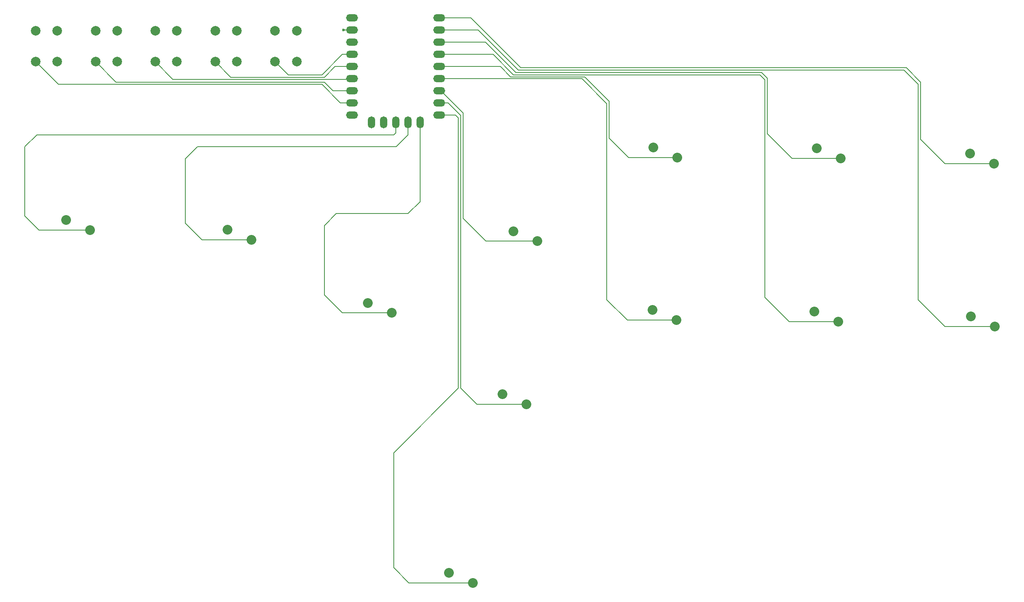
<source format=gbr>
%TF.GenerationSoftware,KiCad,Pcbnew,8.0.1*%
%TF.CreationDate,2024-03-26T13:51:38-04:00*%
%TF.ProjectId,hitbox,68697462-6f78-42e6-9b69-6361645f7063,rev?*%
%TF.SameCoordinates,Original*%
%TF.FileFunction,Copper,L1,Top*%
%TF.FilePolarity,Positive*%
%FSLAX46Y46*%
G04 Gerber Fmt 4.6, Leading zero omitted, Abs format (unit mm)*
G04 Created by KiCad (PCBNEW 8.0.1) date 2024-03-26 13:51:38*
%MOMM*%
%LPD*%
G01*
G04 APERTURE LIST*
%TA.AperFunction,ComponentPad*%
%ADD10C,2.000000*%
%TD*%
%TA.AperFunction,ComponentPad*%
%ADD11C,2.032000*%
%TD*%
%TA.AperFunction,SMDPad,CuDef*%
%ADD12O,2.500000X1.500000*%
%TD*%
%TA.AperFunction,SMDPad,CuDef*%
%ADD13O,1.500000X2.500000*%
%TD*%
%TA.AperFunction,ViaPad*%
%ADD14C,0.600000*%
%TD*%
%TA.AperFunction,Conductor*%
%ADD15C,0.200000*%
%TD*%
G04 APERTURE END LIST*
D10*
%TO.P,Home,1,1*%
%TO.N,Home*%
X127750000Y-68250000D03*
X127750000Y-61750000D03*
%TO.P,Home,2,2*%
%TO.N,GND*%
X132250000Y-68250000D03*
X132250000Y-61750000D03*
%TD*%
D11*
%TO.P,B/Circle,1,1*%
%TO.N,B{slash}Circle*%
X261500000Y-122250000D03*
%TO.P,B/Circle,2,2*%
%TO.N,GND*%
X256500000Y-120150000D03*
%TD*%
D12*
%TO.P,U1,1,0*%
%TO.N,Left Bumper*%
X212034194Y-59104962D03*
%TO.P,U1,2,1*%
%TO.N,Left Trigger*%
X212034194Y-61644962D03*
%TO.P,U1,3,2*%
%TO.N,Right Bumper*%
X212034194Y-64184962D03*
%TO.P,U1,4,3*%
%TO.N,Right Trigger*%
X212034194Y-66724962D03*
%TO.P,U1,5,4*%
%TO.N,Y{slash}Triangle*%
X212034194Y-69264962D03*
%TO.P,U1,6,5*%
%TO.N,B{slash}Circle*%
X212034194Y-71804962D03*
%TO.P,U1,7,6*%
%TO.N,X{slash}Square*%
X212034194Y-74344962D03*
%TO.P,U1,8,7*%
%TO.N,A{slash}X*%
X212034194Y-76884962D03*
%TO.P,U1,9,8*%
%TO.N,Up*%
X212034194Y-79424962D03*
D13*
%TO.P,U1,10,9*%
%TO.N,Right*%
X207994194Y-80924962D03*
%TO.P,U1,11,10*%
%TO.N,Down*%
X205454194Y-80924962D03*
%TO.P,U1,12,11*%
%TO.N,Left*%
X202914194Y-80924962D03*
%TO.P,U1,13,12*%
%TO.N,unconnected-(U1-12-Pad13)*%
X200374194Y-80924962D03*
%TO.P,U1,14,13*%
%TO.N,unconnected-(U1-13-Pad14)*%
X197834194Y-80924962D03*
D12*
%TO.P,U1,15,14*%
%TO.N,unconnected-(U1-14-Pad15)*%
X193794194Y-79424962D03*
%TO.P,U1,16,15*%
%TO.N,Home*%
X193794194Y-76884962D03*
%TO.P,U1,17,26*%
%TO.N,Select*%
X193794194Y-74344962D03*
%TO.P,U1,18,27*%
%TO.N,Start*%
X193794194Y-71804962D03*
%TO.P,U1,19,28*%
%TO.N,L3*%
X193794194Y-69264962D03*
%TO.P,U1,20,29*%
%TO.N,R3*%
X193794194Y-66724962D03*
%TO.P,U1,21,3V3*%
%TO.N,unconnected-(U1-3V3-Pad21)*%
X193794194Y-64184962D03*
%TO.P,U1,22,GND*%
%TO.N,GND*%
X193794194Y-61644962D03*
%TO.P,U1,23,5V*%
%TO.N,unconnected-(U1-5V-Pad23)*%
X193794194Y-59104962D03*
%TD*%
D11*
%TO.P,Up,1,1*%
%TO.N,Down*%
X172800000Y-105450000D03*
%TO.P,Up,2,2*%
%TO.N,GND*%
X167800000Y-103350000D03*
%TD*%
%TO.P,Left,1,1*%
%TO.N,Left*%
X139100000Y-103450000D03*
%TO.P,Left,2,2*%
%TO.N,GND*%
X134100000Y-101350000D03*
%TD*%
%TO.P,LT,1,1*%
%TO.N,Left Trigger*%
X328000000Y-123550000D03*
%TO.P,LT,2,2*%
%TO.N,GND*%
X323000000Y-121450000D03*
%TD*%
%TO.P,Up,1,1*%
%TO.N,Up*%
X219000000Y-177150000D03*
%TO.P,Up,2,2*%
%TO.N,GND*%
X214000000Y-175050000D03*
%TD*%
D10*
%TO.P,L3,1,1*%
%TO.N,L3*%
X165250000Y-68250000D03*
X165250000Y-61750000D03*
%TO.P,L3,2,2*%
%TO.N,GND*%
X169750000Y-68250000D03*
X169750000Y-61750000D03*
%TD*%
%TO.P,Select,1,1*%
%TO.N,Select*%
X140250000Y-68250000D03*
X140250000Y-61750000D03*
%TO.P,Select,2,2*%
%TO.N,GND*%
X144750000Y-68250000D03*
X144750000Y-61750000D03*
%TD*%
D11*
%TO.P,LB,1,1*%
%TO.N,Left Bumper*%
X327800000Y-89550000D03*
%TO.P,LB,2,2*%
%TO.N,GND*%
X322800000Y-87450000D03*
%TD*%
%TO.P,Y/Triangle,2,2*%
%TO.N,GND*%
X256700000Y-86150000D03*
%TO.P,Y/Triangle,1,1*%
%TO.N,Y{slash}Triangle*%
X261700000Y-88250000D03*
%TD*%
%TO.P,Right,1,1*%
%TO.N,Right*%
X202100000Y-120750000D03*
%TO.P,Right,2,2*%
%TO.N,GND*%
X197100000Y-118650000D03*
%TD*%
D10*
%TO.P,R3,1,1*%
%TO.N,R3*%
X177750000Y-68250000D03*
X177750000Y-61750000D03*
%TO.P,R3,2,2*%
%TO.N,GND*%
X182250000Y-68250000D03*
X182250000Y-61750000D03*
%TD*%
D11*
%TO.P,X/Square,1,1*%
%TO.N,X{slash}Square*%
X232500000Y-105750000D03*
%TO.P,X/Square,2,2*%
%TO.N,GND*%
X227500000Y-103650000D03*
%TD*%
%TO.P,X/A,1,1*%
%TO.N,A{slash}X*%
X230200000Y-139850000D03*
%TO.P,X/A,2,2*%
%TO.N,GND*%
X225200000Y-137750000D03*
%TD*%
D10*
%TO.P,Start,1,1*%
%TO.N,Start*%
X152750000Y-68250000D03*
X152750000Y-61750000D03*
%TO.P,Start,2,2*%
%TO.N,GND*%
X157250000Y-68250000D03*
X157250000Y-61750000D03*
%TD*%
D11*
%TO.P,RT,1,1*%
%TO.N,Right Trigger*%
X295300000Y-122550000D03*
%TO.P,RT,2,2*%
%TO.N,GND*%
X290300000Y-120450000D03*
%TD*%
%TO.P,RB,1,1*%
%TO.N,Right Bumper*%
X295800000Y-88450000D03*
%TO.P,RB,2,2*%
%TO.N,GND*%
X290800000Y-86350000D03*
%TD*%
D14*
%TO.N,GND*%
X192000000Y-61644962D03*
%TD*%
D15*
%TO.N,Up*%
X202500000Y-150000000D02*
X202500000Y-174000000D01*
X202500000Y-174000000D02*
X205650000Y-177150000D01*
X216000000Y-80000000D02*
X216000000Y-136500000D01*
X215424962Y-79424962D02*
X216000000Y-80000000D01*
X211534194Y-79424962D02*
X215424962Y-79424962D01*
X216000000Y-136500000D02*
X202500000Y-150000000D01*
X205650000Y-177150000D02*
X219000000Y-177150000D01*
%TO.N,Home*%
X127750000Y-68250000D02*
X132500000Y-73000000D01*
X187500000Y-73000000D02*
X132500000Y-73000000D01*
%TO.N,Select*%
X140250000Y-68250000D02*
X144500000Y-72500000D01*
X188000000Y-72500000D02*
X144500000Y-72500000D01*
%TO.N,Start*%
X156400000Y-71900000D02*
X156500000Y-71900000D01*
X194199156Y-71900000D02*
X156500000Y-71900000D01*
X152750000Y-68250000D02*
X156400000Y-71900000D01*
%TO.N,L3*%
X165250000Y-68250000D02*
X168500000Y-71500000D01*
X188000000Y-71500000D02*
X168500000Y-71500000D01*
%TO.N,R3*%
X187500000Y-71000000D02*
X180500000Y-71000000D01*
X177750000Y-68250000D02*
X180500000Y-71000000D01*
%TO.N,Home*%
X191384962Y-76884962D02*
X187500000Y-73000000D01*
X194294194Y-76884962D02*
X191384962Y-76884962D01*
%TO.N,Select*%
X189844962Y-74344962D02*
X188000000Y-72500000D01*
X194294194Y-74344962D02*
X189844962Y-74344962D01*
%TO.N,Start*%
X194294194Y-71804962D02*
X194199156Y-71900000D01*
%TO.N,L3*%
X190235038Y-69264962D02*
X188000000Y-71500000D01*
X194294194Y-69264962D02*
X190235038Y-69264962D01*
%TO.N,R3*%
X191775038Y-66724962D02*
X187500000Y-71000000D01*
X194294194Y-66724962D02*
X191775038Y-66724962D01*
%TO.N,Left Bumper*%
X312500000Y-84500000D02*
X317550000Y-89550000D01*
X309500000Y-69500000D02*
X312500000Y-72500000D01*
X312500000Y-72500000D02*
X312500000Y-84500000D01*
X218604962Y-59104962D02*
X229000000Y-69500000D01*
X211534194Y-59104962D02*
X218604962Y-59104962D01*
X229000000Y-69500000D02*
X309500000Y-69500000D01*
X317550000Y-89550000D02*
X327800000Y-89550000D01*
%TO.N,Left Trigger*%
X317550000Y-123550000D02*
X328000000Y-123550000D01*
X312000000Y-118000000D02*
X317550000Y-123550000D01*
X312000000Y-73000000D02*
X312000000Y-118000000D01*
X228500000Y-70000000D02*
X309000000Y-70000000D01*
X220144962Y-61644962D02*
X228500000Y-70000000D01*
X211534194Y-61644962D02*
X220144962Y-61644962D01*
X309000000Y-70000000D02*
X312000000Y-73000000D01*
%TO.N,Y{slash}Triangle*%
X251500000Y-88250000D02*
X261700000Y-88250000D01*
X247500000Y-76500000D02*
X247500000Y-84250000D01*
X242404962Y-71404962D02*
X247500000Y-76500000D01*
X247500000Y-84250000D02*
X251500000Y-88250000D01*
X226904962Y-71404962D02*
X242404962Y-71404962D01*
X224764962Y-69264962D02*
X226904962Y-71404962D01*
X211534194Y-69264962D02*
X224764962Y-69264962D01*
%TO.N,Right Bumper*%
X285700000Y-88450000D02*
X295800000Y-88450000D01*
X280500000Y-83250000D02*
X285700000Y-88450000D01*
X228000000Y-70500000D02*
X279334314Y-70500000D01*
X279334314Y-70500000D02*
X280500000Y-71665686D01*
X221684962Y-64184962D02*
X228000000Y-70500000D01*
X280500000Y-71665686D02*
X280500000Y-83250000D01*
X211534194Y-64184962D02*
X221684962Y-64184962D01*
%TO.N,Right Trigger*%
X280000000Y-117500000D02*
X285050000Y-122550000D01*
X285050000Y-122550000D02*
X295300000Y-122550000D01*
X280000000Y-72000000D02*
X280000000Y-117500000D01*
X279000000Y-71000000D02*
X280000000Y-72000000D01*
X227500000Y-71000000D02*
X279000000Y-71000000D01*
X211534194Y-66724962D02*
X223224962Y-66724962D01*
X223224962Y-66724962D02*
X227500000Y-71000000D01*
%TO.N,GND*%
X192000000Y-61644962D02*
X194294194Y-61644962D01*
%TO.N,Left*%
X202914194Y-80924962D02*
X202914194Y-83085806D01*
X125500000Y-86000000D02*
X125500000Y-100500000D01*
X128450000Y-103450000D02*
X139100000Y-103450000D01*
X128000000Y-83500000D02*
X125500000Y-86000000D01*
X202500000Y-83500000D02*
X128000000Y-83500000D01*
X125500000Y-100500000D02*
X128450000Y-103450000D01*
X202914194Y-83085806D02*
X202500000Y-83500000D01*
%TO.N,Down*%
X205500000Y-83500000D02*
X203000000Y-86000000D01*
X203000000Y-86000000D02*
X161500000Y-86000000D01*
X162450000Y-105450000D02*
X172800000Y-105450000D01*
X205454194Y-80924962D02*
X205500000Y-80970768D01*
X205500000Y-80970768D02*
X205500000Y-83500000D01*
X159000000Y-88500000D02*
X159000000Y-102000000D01*
X159000000Y-102000000D02*
X162450000Y-105450000D01*
X161500000Y-86000000D02*
X159000000Y-88500000D01*
%TO.N,Right*%
X188000000Y-102500000D02*
X188000000Y-117000000D01*
X205500000Y-100000000D02*
X190500000Y-100000000D01*
X207994194Y-97505806D02*
X205500000Y-100000000D01*
X190500000Y-100000000D02*
X188000000Y-102500000D01*
X188000000Y-117000000D02*
X191750000Y-120750000D01*
X207994194Y-80924962D02*
X207994194Y-97505806D01*
X191750000Y-120750000D02*
X202100000Y-120750000D01*
%TO.N,A{slash}X*%
X216500000Y-79500000D02*
X216500000Y-136500000D01*
X216500000Y-136500000D02*
X219850000Y-139850000D01*
X211534194Y-76884962D02*
X213884962Y-76884962D01*
X219850000Y-139850000D02*
X230200000Y-139850000D01*
X213884962Y-76884962D02*
X216500000Y-79500000D01*
%TO.N,X{slash}Square*%
X217000000Y-79000000D02*
X217000000Y-101000000D01*
X221750000Y-105750000D02*
X232500000Y-105750000D01*
X211534194Y-74344962D02*
X212344962Y-74344962D01*
X217000000Y-101000000D02*
X221750000Y-105750000D01*
X212344962Y-74344962D02*
X217000000Y-79000000D01*
%TO.N,B{slash}Circle*%
X251250000Y-122250000D02*
X261500000Y-122250000D01*
X241804962Y-71804962D02*
X247000000Y-77000000D01*
X247000000Y-118000000D02*
X251250000Y-122250000D01*
X247000000Y-77000000D02*
X247000000Y-118000000D01*
X211534194Y-71804962D02*
X241804962Y-71804962D01*
%TD*%
M02*

</source>
